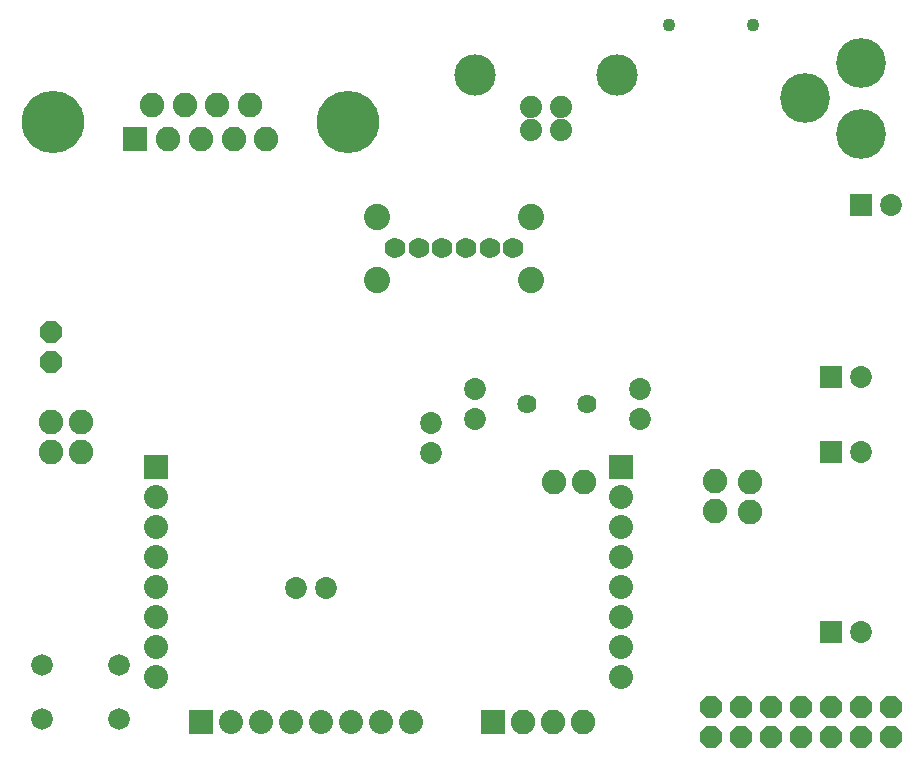
<source format=gbs>
G75*
G70*
%OFA0B0*%
%FSLAX24Y24*%
%IPPOS*%
%LPD*%
%AMOC8*
5,1,8,0,0,1.08239X$1,22.5*
%
%ADD10C,0.0740*%
%ADD11C,0.1380*%
%ADD12R,0.0820X0.0820*%
%ADD13C,0.0820*%
%ADD14C,0.2080*%
%ADD15OC8,0.0710*%
%ADD16C,0.1660*%
%ADD17C,0.0434*%
%ADD18C,0.0877*%
%ADD19C,0.0694*%
%ADD20OC8,0.0720*%
%ADD21C,0.0720*%
%ADD22R,0.0800X0.0800*%
%ADD23C,0.0800*%
%ADD24C,0.0640*%
%ADD25C,0.0730*%
%ADD26R,0.0730X0.0730*%
D10*
X018149Y021868D03*
X018149Y022648D03*
X019133Y022648D03*
X019133Y021868D03*
D11*
X021011Y023718D03*
X016271Y023718D03*
D12*
X004960Y021589D03*
X016891Y002148D03*
D13*
X017891Y002148D03*
X018891Y002148D03*
X019891Y002148D03*
X024281Y009188D03*
X024281Y010188D03*
X025441Y010158D03*
X025441Y009158D03*
X019901Y010148D03*
X018901Y010148D03*
X009322Y021589D03*
X008232Y021589D03*
X007141Y021589D03*
X006051Y021589D03*
X005507Y022707D03*
X006598Y022707D03*
X007684Y022707D03*
X008775Y022707D03*
X003141Y012148D03*
X002141Y012148D03*
X002141Y011148D03*
X003141Y011148D03*
D14*
X002220Y022148D03*
X012062Y022148D03*
D15*
X002141Y015148D03*
X002141Y014148D03*
D16*
X027291Y022935D03*
X029141Y021754D03*
X029141Y024116D03*
D17*
X025539Y025398D03*
X022743Y025398D03*
D18*
X018141Y018984D03*
X018141Y016898D03*
X013023Y016898D03*
X013023Y018984D03*
D19*
X013614Y017941D03*
X014401Y017941D03*
X015188Y017941D03*
X015976Y017941D03*
X016763Y017941D03*
X017551Y017941D03*
D20*
X024141Y002648D03*
X025141Y002648D03*
X026141Y002648D03*
X027141Y002648D03*
X028141Y002648D03*
X029141Y002648D03*
X030141Y002648D03*
X030141Y001648D03*
X029141Y001648D03*
X028141Y001648D03*
X027141Y001648D03*
X026141Y001648D03*
X025141Y001648D03*
X024141Y001648D03*
D21*
X001861Y002258D03*
X001861Y004038D03*
X004421Y004038D03*
X004421Y002258D03*
D22*
X007141Y002148D03*
X005641Y010648D03*
X021141Y010648D03*
D23*
X021141Y009648D03*
X021141Y008648D03*
X021141Y007648D03*
X021141Y006648D03*
X021141Y005648D03*
X021141Y004648D03*
X021141Y003648D03*
X014141Y002148D03*
X013141Y002148D03*
X012141Y002148D03*
X011141Y002148D03*
X010141Y002148D03*
X009141Y002148D03*
X008141Y002148D03*
X005641Y003648D03*
X005641Y004648D03*
X005641Y005648D03*
X005641Y006648D03*
X005641Y007648D03*
X005641Y008648D03*
X005641Y009648D03*
D24*
X018021Y012748D03*
X020021Y012748D03*
D25*
X021771Y013248D03*
X021771Y012248D03*
X016271Y012248D03*
X016271Y013248D03*
X014801Y012128D03*
X014801Y011128D03*
X011301Y006628D03*
X010301Y006628D03*
X029141Y005148D03*
X029141Y011148D03*
X029141Y013648D03*
X030141Y019398D03*
D26*
X029141Y019398D03*
X028141Y013648D03*
X028141Y011148D03*
X028141Y005148D03*
M02*

</source>
